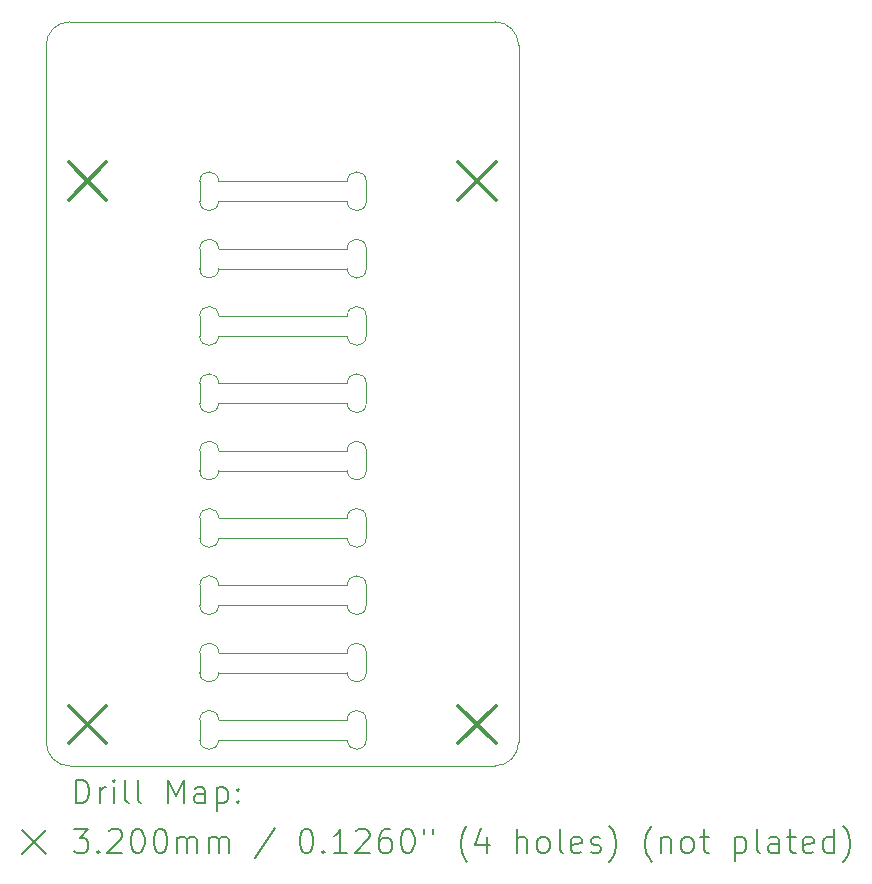
<source format=gbr>
%TF.GenerationSoftware,KiCad,Pcbnew,(6.0.7)*%
%TF.CreationDate,2022-10-27T11:39:42+02:00*%
%TF.ProjectId,FluidPresenceSensor,466c7569-6450-4726-9573-656e63655365,rev?*%
%TF.SameCoordinates,Original*%
%TF.FileFunction,Drillmap*%
%TF.FilePolarity,Positive*%
%FSLAX45Y45*%
G04 Gerber Fmt 4.5, Leading zero omitted, Abs format (unit mm)*
G04 Created by KiCad (PCBNEW (6.0.7)) date 2022-10-27 11:39:42*
%MOMM*%
%LPD*%
G01*
G04 APERTURE LIST*
%ADD10C,0.100000*%
%ADD11C,0.200000*%
%ADD12C,0.320000*%
G04 APERTURE END LIST*
D10*
X8800000Y-5660000D02*
G75*
G03*
X8960000Y-5660000I80000J0D01*
G01*
X10210000Y-8910000D02*
G75*
G03*
X10050000Y-8910000I-80000J0D01*
G01*
X10210000Y-7200000D02*
G75*
G03*
X10050000Y-7200000I-80000J0D01*
G01*
X7700000Y-3000000D02*
G75*
G03*
X7500000Y-3200000I0J-200000D01*
G01*
X8800000Y-7940000D02*
X8800000Y-7770000D01*
X8960000Y-4350000D02*
X10050000Y-4350000D01*
X10210000Y-4350000D02*
G75*
G03*
X10050000Y-4350000I-80000J0D01*
G01*
X10050000Y-6800000D02*
G75*
G03*
X10210000Y-6800000I80000J0D01*
G01*
X10050000Y-5660000D02*
G75*
G03*
X10210000Y-5660000I80000J0D01*
G01*
X8960000Y-7200000D02*
G75*
G03*
X8800000Y-7200000I-80000J0D01*
G01*
X8960000Y-7770000D02*
X10050000Y-7770000D01*
X8960000Y-7770000D02*
G75*
G03*
X8800000Y-7770000I-80000J0D01*
G01*
X10210000Y-4350000D02*
X10210000Y-4520000D01*
X8800000Y-6800000D02*
X8800000Y-6630000D01*
X8800000Y-6230000D02*
G75*
G03*
X8960000Y-6230000I80000J0D01*
G01*
X10050000Y-9080000D02*
G75*
G03*
X10210000Y-9080000I80000J0D01*
G01*
X10210000Y-6060000D02*
X10210000Y-6230000D01*
X10210000Y-6060000D02*
G75*
G03*
X10050000Y-6060000I-80000J0D01*
G01*
X10210000Y-8340000D02*
G75*
G03*
X10050000Y-8340000I-80000J0D01*
G01*
X10050000Y-6230000D02*
X8960000Y-6230000D01*
X10050000Y-7940000D02*
X8960000Y-7940000D01*
X7700000Y-3000000D02*
X11300000Y-3000000D01*
X11500000Y-3200000D02*
G75*
G03*
X11300000Y-3000000I-200000J0D01*
G01*
X8960000Y-6060000D02*
X10050000Y-6060000D01*
X10050000Y-7370000D02*
G75*
G03*
X10210000Y-7370000I80000J0D01*
G01*
X10050000Y-5090000D02*
G75*
G03*
X10210000Y-5090000I80000J0D01*
G01*
X7500000Y-9100000D02*
G75*
G03*
X7700000Y-9300000I200000J0D01*
G01*
X10210000Y-6630000D02*
G75*
G03*
X10050000Y-6630000I-80000J0D01*
G01*
X8800000Y-8510000D02*
G75*
G03*
X8960000Y-8510000I80000J0D01*
G01*
X8960000Y-4350000D02*
G75*
G03*
X8800000Y-4350000I-80000J0D01*
G01*
X11500000Y-9100000D02*
X11500000Y-3200000D01*
X8960000Y-5490000D02*
G75*
G03*
X8800000Y-5490000I-80000J0D01*
G01*
X10050000Y-5090000D02*
X8960000Y-5090000D01*
X8800000Y-5090000D02*
X8800000Y-4920000D01*
X8800000Y-7370000D02*
X8800000Y-7200000D01*
X10210000Y-6630000D02*
X10210000Y-6800000D01*
X8960000Y-4920000D02*
X10050000Y-4920000D01*
X10210000Y-4920000D02*
G75*
G03*
X10050000Y-4920000I-80000J0D01*
G01*
X10050000Y-7940000D02*
G75*
G03*
X10210000Y-7940000I80000J0D01*
G01*
X10050000Y-8510000D02*
X8960000Y-8510000D01*
X10050000Y-7370000D02*
X8960000Y-7370000D01*
X10050000Y-8510000D02*
G75*
G03*
X10210000Y-8510000I80000J0D01*
G01*
X8960000Y-8340000D02*
X10050000Y-8340000D01*
X8800000Y-4520000D02*
X8800000Y-4350000D01*
X8960000Y-8910000D02*
X10050000Y-8910000D01*
X10050000Y-9080000D02*
X8960000Y-9080000D01*
X10050000Y-6230000D02*
G75*
G03*
X10210000Y-6230000I80000J0D01*
G01*
X10050000Y-4520000D02*
X8960000Y-4520000D01*
X8800000Y-5090000D02*
G75*
G03*
X8960000Y-5090000I80000J0D01*
G01*
X8960000Y-6630000D02*
X10050000Y-6630000D01*
X8800000Y-6230000D02*
X8800000Y-6060000D01*
X8800000Y-4520000D02*
G75*
G03*
X8960000Y-4520000I80000J0D01*
G01*
X10210000Y-8340000D02*
X10210000Y-8510000D01*
X8800000Y-8510000D02*
X8800000Y-8340000D01*
X10210000Y-5490000D02*
X10210000Y-5660000D01*
X8800000Y-9080000D02*
G75*
G03*
X8960000Y-9080000I80000J0D01*
G01*
X8960000Y-6060000D02*
G75*
G03*
X8800000Y-6060000I-80000J0D01*
G01*
X7700000Y-9300000D02*
X11300000Y-9300000D01*
X10210000Y-7200000D02*
X10210000Y-7370000D01*
X8800000Y-7370000D02*
G75*
G03*
X8960000Y-7370000I80000J0D01*
G01*
X8800000Y-7940000D02*
G75*
G03*
X8960000Y-7940000I80000J0D01*
G01*
X8800000Y-9080000D02*
X8800000Y-8910000D01*
X8960000Y-5490000D02*
X10050000Y-5490000D01*
X10210000Y-5490000D02*
G75*
G03*
X10050000Y-5490000I-80000J0D01*
G01*
X11300000Y-9300000D02*
G75*
G03*
X11500000Y-9100000I0J200000D01*
G01*
X8800000Y-5660000D02*
X8800000Y-5490000D01*
X10210000Y-7770000D02*
G75*
G03*
X10050000Y-7770000I-80000J0D01*
G01*
X8800000Y-6800000D02*
G75*
G03*
X8960000Y-6800000I80000J0D01*
G01*
X10210000Y-4920000D02*
X10210000Y-5090000D01*
X10210000Y-7770000D02*
X10210000Y-7940000D01*
X10210000Y-8910000D02*
X10210000Y-9080000D01*
X10050000Y-6800000D02*
X8960000Y-6800000D01*
X8960000Y-8340000D02*
G75*
G03*
X8800000Y-8340000I-80000J0D01*
G01*
X8960000Y-4920000D02*
G75*
G03*
X8800000Y-4920000I-80000J0D01*
G01*
X8960000Y-7200000D02*
X10050000Y-7200000D01*
X10050000Y-5660000D02*
X8960000Y-5660000D01*
X8960000Y-6630000D02*
G75*
G03*
X8800000Y-6630000I-80000J0D01*
G01*
X7500000Y-3200000D02*
X7500000Y-9100000D01*
X8960000Y-8910000D02*
G75*
G03*
X8800000Y-8910000I-80000J0D01*
G01*
X10050000Y-4520000D02*
G75*
G03*
X10210000Y-4520000I80000J0D01*
G01*
D11*
D12*
X7690000Y-4190000D02*
X8010000Y-4510000D01*
X8010000Y-4190000D02*
X7690000Y-4510000D01*
X7690000Y-8790000D02*
X8010000Y-9110000D01*
X8010000Y-8790000D02*
X7690000Y-9110000D01*
X10990000Y-4190000D02*
X11310000Y-4510000D01*
X11310000Y-4190000D02*
X10990000Y-4510000D01*
X10990000Y-8790000D02*
X11310000Y-9110000D01*
X11310000Y-8790000D02*
X10990000Y-9110000D01*
D11*
X7752619Y-9615476D02*
X7752619Y-9415476D01*
X7800238Y-9415476D01*
X7828809Y-9425000D01*
X7847857Y-9444048D01*
X7857381Y-9463095D01*
X7866905Y-9501190D01*
X7866905Y-9529762D01*
X7857381Y-9567857D01*
X7847857Y-9586905D01*
X7828809Y-9605952D01*
X7800238Y-9615476D01*
X7752619Y-9615476D01*
X7952619Y-9615476D02*
X7952619Y-9482143D01*
X7952619Y-9520238D02*
X7962143Y-9501190D01*
X7971667Y-9491667D01*
X7990714Y-9482143D01*
X8009762Y-9482143D01*
X8076428Y-9615476D02*
X8076428Y-9482143D01*
X8076428Y-9415476D02*
X8066905Y-9425000D01*
X8076428Y-9434524D01*
X8085952Y-9425000D01*
X8076428Y-9415476D01*
X8076428Y-9434524D01*
X8200238Y-9615476D02*
X8181190Y-9605952D01*
X8171667Y-9586905D01*
X8171667Y-9415476D01*
X8305000Y-9615476D02*
X8285952Y-9605952D01*
X8276428Y-9586905D01*
X8276428Y-9415476D01*
X8533571Y-9615476D02*
X8533571Y-9415476D01*
X8600238Y-9558333D01*
X8666905Y-9415476D01*
X8666905Y-9615476D01*
X8847857Y-9615476D02*
X8847857Y-9510714D01*
X8838333Y-9491667D01*
X8819286Y-9482143D01*
X8781190Y-9482143D01*
X8762143Y-9491667D01*
X8847857Y-9605952D02*
X8828810Y-9615476D01*
X8781190Y-9615476D01*
X8762143Y-9605952D01*
X8752619Y-9586905D01*
X8752619Y-9567857D01*
X8762143Y-9548810D01*
X8781190Y-9539286D01*
X8828810Y-9539286D01*
X8847857Y-9529762D01*
X8943095Y-9482143D02*
X8943095Y-9682143D01*
X8943095Y-9491667D02*
X8962143Y-9482143D01*
X9000238Y-9482143D01*
X9019286Y-9491667D01*
X9028810Y-9501190D01*
X9038333Y-9520238D01*
X9038333Y-9577381D01*
X9028810Y-9596429D01*
X9019286Y-9605952D01*
X9000238Y-9615476D01*
X8962143Y-9615476D01*
X8943095Y-9605952D01*
X9124048Y-9596429D02*
X9133571Y-9605952D01*
X9124048Y-9615476D01*
X9114524Y-9605952D01*
X9124048Y-9596429D01*
X9124048Y-9615476D01*
X9124048Y-9491667D02*
X9133571Y-9501190D01*
X9124048Y-9510714D01*
X9114524Y-9501190D01*
X9124048Y-9491667D01*
X9124048Y-9510714D01*
X7295000Y-9845000D02*
X7495000Y-10045000D01*
X7495000Y-9845000D02*
X7295000Y-10045000D01*
X7733571Y-9835476D02*
X7857381Y-9835476D01*
X7790714Y-9911667D01*
X7819286Y-9911667D01*
X7838333Y-9921190D01*
X7847857Y-9930714D01*
X7857381Y-9949762D01*
X7857381Y-9997381D01*
X7847857Y-10016429D01*
X7838333Y-10025952D01*
X7819286Y-10035476D01*
X7762143Y-10035476D01*
X7743095Y-10025952D01*
X7733571Y-10016429D01*
X7943095Y-10016429D02*
X7952619Y-10025952D01*
X7943095Y-10035476D01*
X7933571Y-10025952D01*
X7943095Y-10016429D01*
X7943095Y-10035476D01*
X8028809Y-9854524D02*
X8038333Y-9845000D01*
X8057381Y-9835476D01*
X8105000Y-9835476D01*
X8124048Y-9845000D01*
X8133571Y-9854524D01*
X8143095Y-9873571D01*
X8143095Y-9892619D01*
X8133571Y-9921190D01*
X8019286Y-10035476D01*
X8143095Y-10035476D01*
X8266905Y-9835476D02*
X8285952Y-9835476D01*
X8305000Y-9845000D01*
X8314524Y-9854524D01*
X8324048Y-9873571D01*
X8333571Y-9911667D01*
X8333571Y-9959286D01*
X8324048Y-9997381D01*
X8314524Y-10016429D01*
X8305000Y-10025952D01*
X8285952Y-10035476D01*
X8266905Y-10035476D01*
X8247857Y-10025952D01*
X8238333Y-10016429D01*
X8228809Y-9997381D01*
X8219286Y-9959286D01*
X8219286Y-9911667D01*
X8228809Y-9873571D01*
X8238333Y-9854524D01*
X8247857Y-9845000D01*
X8266905Y-9835476D01*
X8457381Y-9835476D02*
X8476429Y-9835476D01*
X8495476Y-9845000D01*
X8505000Y-9854524D01*
X8514524Y-9873571D01*
X8524048Y-9911667D01*
X8524048Y-9959286D01*
X8514524Y-9997381D01*
X8505000Y-10016429D01*
X8495476Y-10025952D01*
X8476429Y-10035476D01*
X8457381Y-10035476D01*
X8438333Y-10025952D01*
X8428810Y-10016429D01*
X8419286Y-9997381D01*
X8409762Y-9959286D01*
X8409762Y-9911667D01*
X8419286Y-9873571D01*
X8428810Y-9854524D01*
X8438333Y-9845000D01*
X8457381Y-9835476D01*
X8609762Y-10035476D02*
X8609762Y-9902143D01*
X8609762Y-9921190D02*
X8619286Y-9911667D01*
X8638333Y-9902143D01*
X8666905Y-9902143D01*
X8685952Y-9911667D01*
X8695476Y-9930714D01*
X8695476Y-10035476D01*
X8695476Y-9930714D02*
X8705000Y-9911667D01*
X8724048Y-9902143D01*
X8752619Y-9902143D01*
X8771667Y-9911667D01*
X8781190Y-9930714D01*
X8781190Y-10035476D01*
X8876429Y-10035476D02*
X8876429Y-9902143D01*
X8876429Y-9921190D02*
X8885952Y-9911667D01*
X8905000Y-9902143D01*
X8933571Y-9902143D01*
X8952619Y-9911667D01*
X8962143Y-9930714D01*
X8962143Y-10035476D01*
X8962143Y-9930714D02*
X8971667Y-9911667D01*
X8990714Y-9902143D01*
X9019286Y-9902143D01*
X9038333Y-9911667D01*
X9047857Y-9930714D01*
X9047857Y-10035476D01*
X9438333Y-9825952D02*
X9266905Y-10083095D01*
X9695476Y-9835476D02*
X9714524Y-9835476D01*
X9733571Y-9845000D01*
X9743095Y-9854524D01*
X9752619Y-9873571D01*
X9762143Y-9911667D01*
X9762143Y-9959286D01*
X9752619Y-9997381D01*
X9743095Y-10016429D01*
X9733571Y-10025952D01*
X9714524Y-10035476D01*
X9695476Y-10035476D01*
X9676429Y-10025952D01*
X9666905Y-10016429D01*
X9657381Y-9997381D01*
X9647857Y-9959286D01*
X9647857Y-9911667D01*
X9657381Y-9873571D01*
X9666905Y-9854524D01*
X9676429Y-9845000D01*
X9695476Y-9835476D01*
X9847857Y-10016429D02*
X9857381Y-10025952D01*
X9847857Y-10035476D01*
X9838333Y-10025952D01*
X9847857Y-10016429D01*
X9847857Y-10035476D01*
X10047857Y-10035476D02*
X9933571Y-10035476D01*
X9990714Y-10035476D02*
X9990714Y-9835476D01*
X9971667Y-9864048D01*
X9952619Y-9883095D01*
X9933571Y-9892619D01*
X10124048Y-9854524D02*
X10133571Y-9845000D01*
X10152619Y-9835476D01*
X10200238Y-9835476D01*
X10219286Y-9845000D01*
X10228810Y-9854524D01*
X10238333Y-9873571D01*
X10238333Y-9892619D01*
X10228810Y-9921190D01*
X10114524Y-10035476D01*
X10238333Y-10035476D01*
X10409762Y-9835476D02*
X10371667Y-9835476D01*
X10352619Y-9845000D01*
X10343095Y-9854524D01*
X10324048Y-9883095D01*
X10314524Y-9921190D01*
X10314524Y-9997381D01*
X10324048Y-10016429D01*
X10333571Y-10025952D01*
X10352619Y-10035476D01*
X10390714Y-10035476D01*
X10409762Y-10025952D01*
X10419286Y-10016429D01*
X10428810Y-9997381D01*
X10428810Y-9949762D01*
X10419286Y-9930714D01*
X10409762Y-9921190D01*
X10390714Y-9911667D01*
X10352619Y-9911667D01*
X10333571Y-9921190D01*
X10324048Y-9930714D01*
X10314524Y-9949762D01*
X10552619Y-9835476D02*
X10571667Y-9835476D01*
X10590714Y-9845000D01*
X10600238Y-9854524D01*
X10609762Y-9873571D01*
X10619286Y-9911667D01*
X10619286Y-9959286D01*
X10609762Y-9997381D01*
X10600238Y-10016429D01*
X10590714Y-10025952D01*
X10571667Y-10035476D01*
X10552619Y-10035476D01*
X10533571Y-10025952D01*
X10524048Y-10016429D01*
X10514524Y-9997381D01*
X10505000Y-9959286D01*
X10505000Y-9911667D01*
X10514524Y-9873571D01*
X10524048Y-9854524D01*
X10533571Y-9845000D01*
X10552619Y-9835476D01*
X10695476Y-9835476D02*
X10695476Y-9873571D01*
X10771667Y-9835476D02*
X10771667Y-9873571D01*
X11066905Y-10111667D02*
X11057381Y-10102143D01*
X11038333Y-10073571D01*
X11028810Y-10054524D01*
X11019286Y-10025952D01*
X11009762Y-9978333D01*
X11009762Y-9940238D01*
X11019286Y-9892619D01*
X11028810Y-9864048D01*
X11038333Y-9845000D01*
X11057381Y-9816429D01*
X11066905Y-9806905D01*
X11228809Y-9902143D02*
X11228809Y-10035476D01*
X11181190Y-9825952D02*
X11133571Y-9968810D01*
X11257381Y-9968810D01*
X11485952Y-10035476D02*
X11485952Y-9835476D01*
X11571667Y-10035476D02*
X11571667Y-9930714D01*
X11562143Y-9911667D01*
X11543095Y-9902143D01*
X11514524Y-9902143D01*
X11495476Y-9911667D01*
X11485952Y-9921190D01*
X11695476Y-10035476D02*
X11676428Y-10025952D01*
X11666905Y-10016429D01*
X11657381Y-9997381D01*
X11657381Y-9940238D01*
X11666905Y-9921190D01*
X11676428Y-9911667D01*
X11695476Y-9902143D01*
X11724048Y-9902143D01*
X11743095Y-9911667D01*
X11752619Y-9921190D01*
X11762143Y-9940238D01*
X11762143Y-9997381D01*
X11752619Y-10016429D01*
X11743095Y-10025952D01*
X11724048Y-10035476D01*
X11695476Y-10035476D01*
X11876428Y-10035476D02*
X11857381Y-10025952D01*
X11847857Y-10006905D01*
X11847857Y-9835476D01*
X12028809Y-10025952D02*
X12009762Y-10035476D01*
X11971667Y-10035476D01*
X11952619Y-10025952D01*
X11943095Y-10006905D01*
X11943095Y-9930714D01*
X11952619Y-9911667D01*
X11971667Y-9902143D01*
X12009762Y-9902143D01*
X12028809Y-9911667D01*
X12038333Y-9930714D01*
X12038333Y-9949762D01*
X11943095Y-9968810D01*
X12114524Y-10025952D02*
X12133571Y-10035476D01*
X12171667Y-10035476D01*
X12190714Y-10025952D01*
X12200238Y-10006905D01*
X12200238Y-9997381D01*
X12190714Y-9978333D01*
X12171667Y-9968810D01*
X12143095Y-9968810D01*
X12124048Y-9959286D01*
X12114524Y-9940238D01*
X12114524Y-9930714D01*
X12124048Y-9911667D01*
X12143095Y-9902143D01*
X12171667Y-9902143D01*
X12190714Y-9911667D01*
X12266905Y-10111667D02*
X12276428Y-10102143D01*
X12295476Y-10073571D01*
X12305000Y-10054524D01*
X12314524Y-10025952D01*
X12324048Y-9978333D01*
X12324048Y-9940238D01*
X12314524Y-9892619D01*
X12305000Y-9864048D01*
X12295476Y-9845000D01*
X12276428Y-9816429D01*
X12266905Y-9806905D01*
X12628809Y-10111667D02*
X12619286Y-10102143D01*
X12600238Y-10073571D01*
X12590714Y-10054524D01*
X12581190Y-10025952D01*
X12571667Y-9978333D01*
X12571667Y-9940238D01*
X12581190Y-9892619D01*
X12590714Y-9864048D01*
X12600238Y-9845000D01*
X12619286Y-9816429D01*
X12628809Y-9806905D01*
X12705000Y-9902143D02*
X12705000Y-10035476D01*
X12705000Y-9921190D02*
X12714524Y-9911667D01*
X12733571Y-9902143D01*
X12762143Y-9902143D01*
X12781190Y-9911667D01*
X12790714Y-9930714D01*
X12790714Y-10035476D01*
X12914524Y-10035476D02*
X12895476Y-10025952D01*
X12885952Y-10016429D01*
X12876428Y-9997381D01*
X12876428Y-9940238D01*
X12885952Y-9921190D01*
X12895476Y-9911667D01*
X12914524Y-9902143D01*
X12943095Y-9902143D01*
X12962143Y-9911667D01*
X12971667Y-9921190D01*
X12981190Y-9940238D01*
X12981190Y-9997381D01*
X12971667Y-10016429D01*
X12962143Y-10025952D01*
X12943095Y-10035476D01*
X12914524Y-10035476D01*
X13038333Y-9902143D02*
X13114524Y-9902143D01*
X13066905Y-9835476D02*
X13066905Y-10006905D01*
X13076428Y-10025952D01*
X13095476Y-10035476D01*
X13114524Y-10035476D01*
X13333571Y-9902143D02*
X13333571Y-10102143D01*
X13333571Y-9911667D02*
X13352619Y-9902143D01*
X13390714Y-9902143D01*
X13409762Y-9911667D01*
X13419286Y-9921190D01*
X13428809Y-9940238D01*
X13428809Y-9997381D01*
X13419286Y-10016429D01*
X13409762Y-10025952D01*
X13390714Y-10035476D01*
X13352619Y-10035476D01*
X13333571Y-10025952D01*
X13543095Y-10035476D02*
X13524048Y-10025952D01*
X13514524Y-10006905D01*
X13514524Y-9835476D01*
X13705000Y-10035476D02*
X13705000Y-9930714D01*
X13695476Y-9911667D01*
X13676428Y-9902143D01*
X13638333Y-9902143D01*
X13619286Y-9911667D01*
X13705000Y-10025952D02*
X13685952Y-10035476D01*
X13638333Y-10035476D01*
X13619286Y-10025952D01*
X13609762Y-10006905D01*
X13609762Y-9987857D01*
X13619286Y-9968810D01*
X13638333Y-9959286D01*
X13685952Y-9959286D01*
X13705000Y-9949762D01*
X13771667Y-9902143D02*
X13847857Y-9902143D01*
X13800238Y-9835476D02*
X13800238Y-10006905D01*
X13809762Y-10025952D01*
X13828809Y-10035476D01*
X13847857Y-10035476D01*
X13990714Y-10025952D02*
X13971667Y-10035476D01*
X13933571Y-10035476D01*
X13914524Y-10025952D01*
X13905000Y-10006905D01*
X13905000Y-9930714D01*
X13914524Y-9911667D01*
X13933571Y-9902143D01*
X13971667Y-9902143D01*
X13990714Y-9911667D01*
X14000238Y-9930714D01*
X14000238Y-9949762D01*
X13905000Y-9968810D01*
X14171667Y-10035476D02*
X14171667Y-9835476D01*
X14171667Y-10025952D02*
X14152619Y-10035476D01*
X14114524Y-10035476D01*
X14095476Y-10025952D01*
X14085952Y-10016429D01*
X14076428Y-9997381D01*
X14076428Y-9940238D01*
X14085952Y-9921190D01*
X14095476Y-9911667D01*
X14114524Y-9902143D01*
X14152619Y-9902143D01*
X14171667Y-9911667D01*
X14247857Y-10111667D02*
X14257381Y-10102143D01*
X14276428Y-10073571D01*
X14285952Y-10054524D01*
X14295476Y-10025952D01*
X14305000Y-9978333D01*
X14305000Y-9940238D01*
X14295476Y-9892619D01*
X14285952Y-9864048D01*
X14276428Y-9845000D01*
X14257381Y-9816429D01*
X14247857Y-9806905D01*
M02*

</source>
